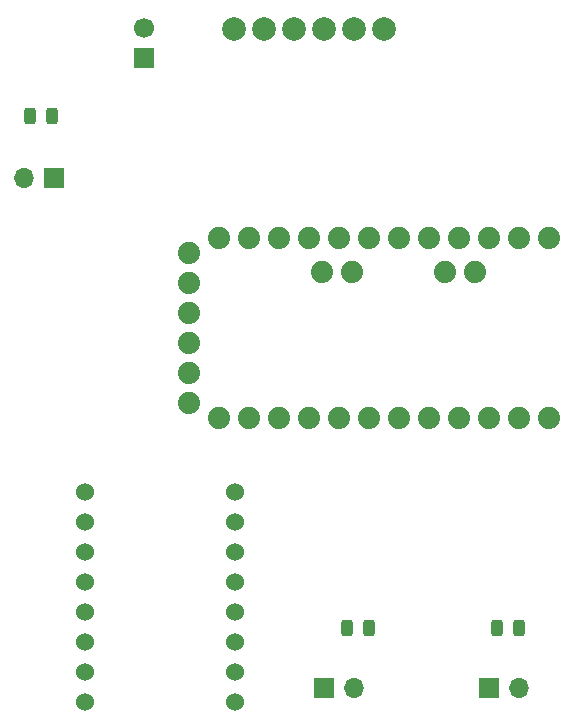
<source format=gbr>
%TF.GenerationSoftware,KiCad,Pcbnew,(6.0.1)*%
%TF.CreationDate,2022-05-11T20:09:52-07:00*%
%TF.ProjectId,BlackberryJam_pcb,426c6163-6b62-4657-9272-794a616d5f70,rev?*%
%TF.SameCoordinates,Original*%
%TF.FileFunction,Soldermask,Top*%
%TF.FilePolarity,Negative*%
%FSLAX46Y46*%
G04 Gerber Fmt 4.6, Leading zero omitted, Abs format (unit mm)*
G04 Created by KiCad (PCBNEW (6.0.1)) date 2022-05-11 20:09:52*
%MOMM*%
%LPD*%
G01*
G04 APERTURE LIST*
G04 Aperture macros list*
%AMRoundRect*
0 Rectangle with rounded corners*
0 $1 Rounding radius*
0 $2 $3 $4 $5 $6 $7 $8 $9 X,Y pos of 4 corners*
0 Add a 4 corners polygon primitive as box body*
4,1,4,$2,$3,$4,$5,$6,$7,$8,$9,$2,$3,0*
0 Add four circle primitives for the rounded corners*
1,1,$1+$1,$2,$3*
1,1,$1+$1,$4,$5*
1,1,$1+$1,$6,$7*
1,1,$1+$1,$8,$9*
0 Add four rect primitives between the rounded corners*
20,1,$1+$1,$2,$3,$4,$5,0*
20,1,$1+$1,$4,$5,$6,$7,0*
20,1,$1+$1,$6,$7,$8,$9,0*
20,1,$1+$1,$8,$9,$2,$3,0*%
G04 Aperture macros list end*
%ADD10R,1.700000X1.700000*%
%ADD11C,1.700000*%
%ADD12C,2.000000*%
%ADD13C,1.524000*%
%ADD14C,1.879600*%
%ADD15O,1.700000X1.700000*%
%ADD16RoundRect,0.243750X0.243750X0.456250X-0.243750X0.456250X-0.243750X-0.456250X0.243750X-0.456250X0*%
%ADD17RoundRect,0.243750X-0.243750X-0.456250X0.243750X-0.456250X0.243750X0.456250X-0.243750X0.456250X0*%
G04 APERTURE END LIST*
D10*
%TO.C,U1*%
X16510000Y-7620000D03*
D11*
X16510000Y-5080000D03*
%TD*%
D12*
%TO.C,U4*%
X36830000Y-5174000D03*
X34290000Y-5174000D03*
X31750000Y-5174000D03*
X29210000Y-5174000D03*
X26670000Y-5174000D03*
X24130000Y-5174000D03*
%TD*%
D13*
%TO.C,U5*%
X11525000Y-44355000D03*
X11525000Y-46895000D03*
X11525000Y-49435000D03*
X11525000Y-51975000D03*
X11525000Y-54515000D03*
X11525000Y-57055000D03*
X11525000Y-59595000D03*
X11525000Y-62135000D03*
X24225000Y-62135000D03*
X24225000Y-59595000D03*
X24225000Y-57055000D03*
X24225000Y-54515000D03*
X24225000Y-51975000D03*
X24225000Y-49435000D03*
X24225000Y-46895000D03*
X24225000Y-44355000D03*
%TD*%
D14*
%TO.C,U2*%
X20320000Y-24130000D03*
X20320000Y-26670000D03*
X20320000Y-29210000D03*
X20320000Y-31750000D03*
X20320000Y-34290000D03*
X20320000Y-36830000D03*
X34163000Y-25781000D03*
X31623000Y-25781000D03*
X44577000Y-25781000D03*
X42037000Y-25781000D03*
X22860000Y-22860000D03*
X25400000Y-22860000D03*
X27940000Y-22860000D03*
X30480000Y-22860000D03*
X33020000Y-22860000D03*
X35560000Y-22860000D03*
X38100000Y-22860000D03*
X40640000Y-22860000D03*
X43180000Y-22860000D03*
X45720000Y-22860000D03*
X48260000Y-22860000D03*
X50800000Y-22860000D03*
X50800000Y-38100000D03*
X48260000Y-38100000D03*
X45720000Y-38100000D03*
X43180000Y-38100000D03*
X40640000Y-38100000D03*
X38100000Y-38100000D03*
X35560000Y-38100000D03*
X33020000Y-38100000D03*
X30480000Y-38100000D03*
X27940000Y-38100000D03*
X25400000Y-38100000D03*
X22860000Y-38100000D03*
%TD*%
D10*
%TO.C,U3*%
X31750000Y-60960000D03*
D15*
X34290000Y-60960000D03*
%TD*%
D16*
%TO.C,D2*%
X8723750Y-12533750D03*
X6848750Y-12533750D03*
%TD*%
D10*
%TO.C,M2*%
X8890000Y-17780000D03*
D15*
X6350000Y-17780000D03*
%TD*%
D17*
%TO.C,D3*%
X46385000Y-55880000D03*
X48260000Y-55880000D03*
%TD*%
%TO.C,D1*%
X33685000Y-55880000D03*
X35560000Y-55880000D03*
%TD*%
D10*
%TO.C,M3*%
X45720000Y-60960000D03*
D15*
X48260000Y-60960000D03*
%TD*%
M02*

</source>
